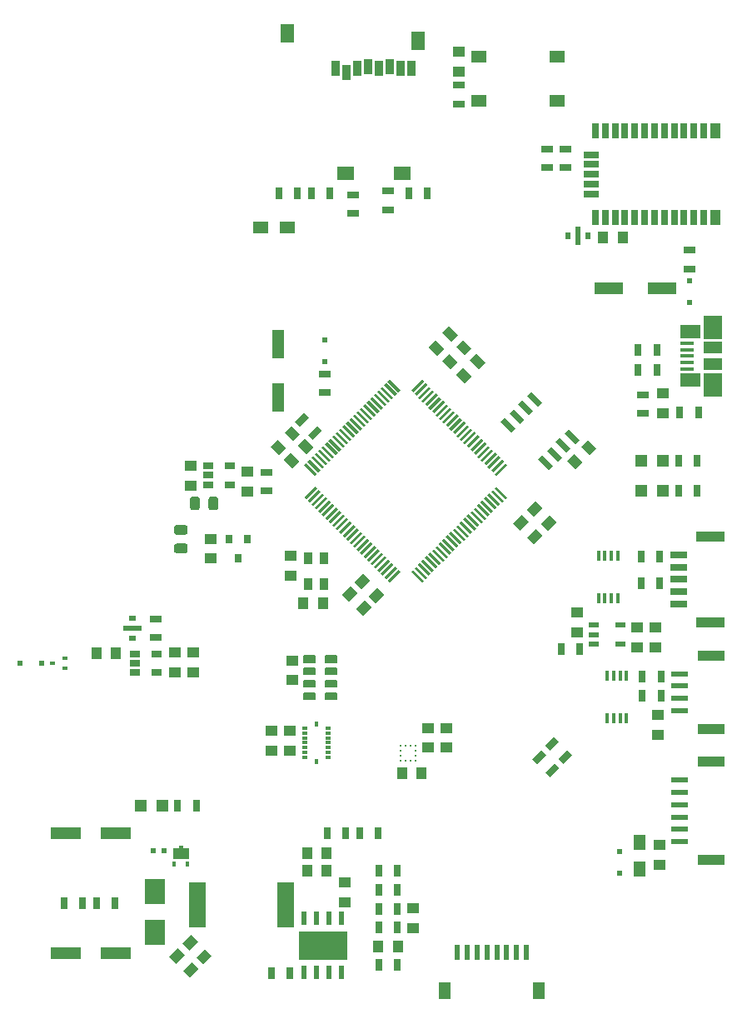
<source format=gbr>
G04 #@! TF.GenerationSoftware,KiCad,Pcbnew,(5.1.6)-1*
G04 #@! TF.CreationDate,2020-10-22T23:31:22-04:00*
G04 #@! TF.ProjectId,flight_computer,666c6967-6874-45f6-936f-6d7075746572,rev?*
G04 #@! TF.SameCoordinates,Original*
G04 #@! TF.FileFunction,Paste,Top*
G04 #@! TF.FilePolarity,Positive*
%FSLAX46Y46*%
G04 Gerber Fmt 4.6, Leading zero omitted, Abs format (unit mm)*
G04 Created by KiCad (PCBNEW (5.1.6)-1) date 2020-10-22 23:31:22*
%MOMM*%
%LPD*%
G01*
G04 APERTURE LIST*
%ADD10C,0.100000*%
%ADD11C,0.152400*%
%ADD12R,0.580000X0.350000*%
%ADD13R,0.350000X0.580000*%
%ADD14R,1.250000X1.000000*%
%ADD15R,1.300000X0.700000*%
%ADD16R,1.500000X0.700000*%
%ADD17R,0.700000X1.500000*%
%ADD18R,1.000000X1.500000*%
%ADD19R,2.997200X1.219200*%
%ADD20R,0.400000X0.500000*%
%ADD21R,1.600000X1.000000*%
%ADD22R,4.900001X2.949999*%
%ADD23R,0.599999X1.450000*%
%ADD24R,0.800000X0.900000*%
%ADD25R,1.380000X0.450000*%
%ADD26R,2.100000X1.475000*%
%ADD27R,1.900000X2.375000*%
%ADD28R,1.900000X1.175000*%
%ADD29R,1.219200X2.997200*%
%ADD30R,1.800000X4.600000*%
%ADD31R,1.000000X1.250000*%
%ADD32R,3.098800X1.219200*%
%ADD33R,0.500000X0.500000*%
%ADD34R,0.600000X0.500000*%
%ADD35R,2.030000X2.650000*%
%ADD36R,1.300000X1.500000*%
%ADD37R,1.500000X1.300000*%
%ADD38R,0.800000X0.600000*%
%ADD39R,1.900000X0.600000*%
%ADD40R,0.600000X0.800000*%
%ADD41R,0.600000X1.900000*%
%ADD42R,1.200000X1.800000*%
%ADD43R,0.600000X1.550000*%
%ADD44R,1.700000X0.600000*%
%ADD45R,2.700000X1.000000*%
%ADD46R,1.803400X0.660400*%
%ADD47R,2.879999X1.092200*%
%ADD48R,0.700000X1.300000*%
%ADD49R,0.400000X1.100000*%
%ADD50R,1.005599X0.500000*%
%ADD51R,1.060000X0.650000*%
%ADD52R,0.275000X0.250000*%
%ADD53R,1.092200X0.609600*%
%ADD54R,0.838200X1.295400*%
%ADD55R,0.508000X0.355600*%
%ADD56R,0.812800X1.498600*%
%ADD57R,1.397000X1.905000*%
%ADD58R,1.803400X1.397000*%
%ADD59R,1.200000X1.200000*%
%ADD60R,1.549400X1.295400*%
G04 APERTURE END LIST*
D10*
G36*
X104686000Y-145842000D02*
G01*
X103086000Y-145842000D01*
X103086000Y-144742000D01*
X103686000Y-144742000D01*
X103686000Y-144492000D01*
X104086000Y-144492000D01*
X104086000Y-144742000D01*
X104686000Y-144742000D01*
X104686000Y-145842000D01*
G37*
D11*
X116839141Y-153425040D02*
X119843139Y-153425040D01*
X119843139Y-153425040D02*
X119852503Y-153425962D01*
X119852503Y-153425962D02*
X119861508Y-153428692D01*
X119861508Y-153428692D02*
X119869806Y-153433130D01*
X119869806Y-153433130D02*
X119877081Y-153439099D01*
X119877081Y-153439099D02*
X119883050Y-153446373D01*
X119883050Y-153446373D02*
X119887487Y-153454672D01*
X119887487Y-153454672D02*
X119890217Y-153463676D01*
X119890217Y-153463676D02*
X119891139Y-153473041D01*
X119891139Y-153473041D02*
X119891139Y-155777039D01*
X119891139Y-155777039D02*
X119890217Y-155786404D01*
X119890217Y-155786404D02*
X119887487Y-155795408D01*
X119887487Y-155795408D02*
X119883050Y-155803707D01*
X119883050Y-155803707D02*
X119877081Y-155810981D01*
X119877081Y-155810981D02*
X119869806Y-155816950D01*
X119869806Y-155816950D02*
X119861508Y-155821388D01*
X119861508Y-155821388D02*
X119852503Y-155824118D01*
X119852503Y-155824118D02*
X119843139Y-155825040D01*
X119843139Y-155825040D02*
X116839141Y-155825040D01*
X116839141Y-155825040D02*
X116829777Y-155824118D01*
X116829777Y-155824118D02*
X116820772Y-155821388D01*
X116820772Y-155821388D02*
X116812474Y-155816950D01*
X116812474Y-155816950D02*
X116805199Y-155810981D01*
X116805199Y-155810981D02*
X116799230Y-155803707D01*
X116799230Y-155803707D02*
X116794793Y-155795408D01*
X116794793Y-155795408D02*
X116792063Y-155786404D01*
X116792063Y-155786404D02*
X116791141Y-155777039D01*
X116791141Y-155777039D02*
X116791141Y-153473041D01*
X116791141Y-153473041D02*
X116792063Y-153463676D01*
X116792063Y-153463676D02*
X116794793Y-153454672D01*
X116794793Y-153454672D02*
X116799230Y-153446373D01*
X116799230Y-153446373D02*
X116805199Y-153439099D01*
X116805199Y-153439099D02*
X116812474Y-153433130D01*
X116812474Y-153433130D02*
X116820772Y-153428692D01*
X116820772Y-153428692D02*
X116829777Y-153425962D01*
X116829777Y-153425962D02*
X116839141Y-153425040D01*
X116379900Y-125231200D02*
X116379900Y-125840800D01*
X116379900Y-125840800D02*
X117472100Y-125840800D01*
X117472100Y-125840800D02*
X117472100Y-125231200D01*
X117472100Y-125231200D02*
X116379900Y-125231200D01*
X116379900Y-126481200D02*
X116379900Y-127090800D01*
X116379900Y-127090800D02*
X117472100Y-127090800D01*
X117472100Y-127090800D02*
X117472100Y-126481200D01*
X117472100Y-126481200D02*
X116379900Y-126481200D01*
X116379900Y-127731200D02*
X116379900Y-128340800D01*
X116379900Y-128340800D02*
X117472100Y-128340800D01*
X117472100Y-128340800D02*
X117472100Y-127731200D01*
X117472100Y-127731200D02*
X116379900Y-127731200D01*
X116379900Y-128981200D02*
X116379900Y-129590800D01*
X116379900Y-129590800D02*
X117472100Y-129590800D01*
X117472100Y-129590800D02*
X117472100Y-128981200D01*
X117472100Y-128981200D02*
X116379900Y-128981200D01*
X118579900Y-128981200D02*
X118579900Y-129590800D01*
X118579900Y-129590800D02*
X119672100Y-129590800D01*
X119672100Y-129590800D02*
X119672100Y-128981200D01*
X119672100Y-128981200D02*
X118579900Y-128981200D01*
X118579900Y-127731200D02*
X118579900Y-128340800D01*
X118579900Y-128340800D02*
X119672100Y-128340800D01*
X119672100Y-128340800D02*
X119672100Y-127731200D01*
X119672100Y-127731200D02*
X118579900Y-127731200D01*
X118579900Y-126481200D02*
X118579900Y-127090800D01*
X118579900Y-127090800D02*
X119672100Y-127090800D01*
X119672100Y-127090800D02*
X119672100Y-126481200D01*
X119672100Y-126481200D02*
X118579900Y-126481200D01*
X118579900Y-125231200D02*
X118579900Y-125840800D01*
X118579900Y-125840800D02*
X119672100Y-125840800D01*
X119672100Y-125840800D02*
X119672100Y-125231200D01*
X119672100Y-125231200D02*
X118579900Y-125231200D01*
D12*
X116497880Y-132543420D03*
X116497880Y-133043420D03*
X116497880Y-133543420D03*
X116497880Y-134043420D03*
X116497880Y-134543420D03*
X116497880Y-135043420D03*
X116497880Y-135543420D03*
D13*
X117657880Y-135953420D03*
D12*
X118817880Y-135543420D03*
X118817880Y-135043420D03*
X118817880Y-134543420D03*
X118817880Y-134043420D03*
X118817880Y-133543420D03*
X118817880Y-133043420D03*
X118817880Y-132543420D03*
D13*
X117657880Y-132133420D03*
D10*
G36*
X140924642Y-134350881D02*
G01*
X141843881Y-133431642D01*
X142338856Y-133926617D01*
X141419617Y-134845856D01*
X140924642Y-134350881D01*
G37*
G36*
X142268144Y-135694383D02*
G01*
X143187383Y-134775144D01*
X143682358Y-135270119D01*
X142763119Y-136189358D01*
X142268144Y-135694383D01*
G37*
D14*
X113093500Y-132858000D03*
X113093500Y-134858000D03*
D15*
X112585500Y-106555500D03*
X112585500Y-108455500D03*
D16*
X145640840Y-76278020D03*
X145640840Y-75278020D03*
X145640840Y-77278020D03*
X145640840Y-78278020D03*
X145640840Y-74278020D03*
D17*
X146040840Y-80678020D03*
X147040840Y-80678020D03*
X148040840Y-80678020D03*
X149040840Y-80678020D03*
X150040840Y-80678020D03*
X151040840Y-80678020D03*
X152040840Y-80678020D03*
X153040840Y-80678020D03*
X154040840Y-80678020D03*
X155040840Y-80678020D03*
X156040840Y-80678020D03*
X157040840Y-80678020D03*
X146040840Y-71878020D03*
X147040840Y-71878020D03*
X148040840Y-71878020D03*
X149040840Y-71878020D03*
X150040840Y-71878020D03*
X151040840Y-71878020D03*
X152040840Y-71878020D03*
X153040840Y-71878020D03*
X154040840Y-71878020D03*
X155040840Y-71878020D03*
X156040840Y-71878020D03*
X157040840Y-71878020D03*
D18*
X158190840Y-71878020D03*
X158190840Y-80678020D03*
D19*
X152819100Y-87884000D03*
X147408900Y-87884000D03*
D10*
G36*
X128386487Y-117765759D02*
G01*
X127283401Y-116662673D01*
X127481391Y-116464683D01*
X128584477Y-117567769D01*
X128386487Y-117765759D01*
G37*
G36*
X128740041Y-117412205D02*
G01*
X127636955Y-116309119D01*
X127834945Y-116111129D01*
X128938031Y-117214215D01*
X128740041Y-117412205D01*
G37*
G36*
X129093594Y-117058652D02*
G01*
X127990508Y-115955566D01*
X128188498Y-115757576D01*
X129291584Y-116860662D01*
X129093594Y-117058652D01*
G37*
G36*
X129447148Y-116705099D02*
G01*
X128344062Y-115602013D01*
X128542052Y-115404023D01*
X129645138Y-116507109D01*
X129447148Y-116705099D01*
G37*
G36*
X129800701Y-116351545D02*
G01*
X128697615Y-115248459D01*
X128895605Y-115050469D01*
X129998691Y-116153555D01*
X129800701Y-116351545D01*
G37*
G36*
X130154254Y-115997992D02*
G01*
X129051168Y-114894906D01*
X129249158Y-114696916D01*
X130352244Y-115800002D01*
X130154254Y-115997992D01*
G37*
G36*
X130507808Y-115644438D02*
G01*
X129404722Y-114541352D01*
X129602712Y-114343362D01*
X130705798Y-115446448D01*
X130507808Y-115644438D01*
G37*
G36*
X130861361Y-115290885D02*
G01*
X129758275Y-114187799D01*
X129956265Y-113989809D01*
X131059351Y-115092895D01*
X130861361Y-115290885D01*
G37*
G36*
X131214915Y-114937332D02*
G01*
X130111829Y-113834246D01*
X130309819Y-113636256D01*
X131412905Y-114739342D01*
X131214915Y-114937332D01*
G37*
G36*
X131568468Y-114583778D02*
G01*
X130465382Y-113480692D01*
X130663372Y-113282702D01*
X131766458Y-114385788D01*
X131568468Y-114583778D01*
G37*
G36*
X131922021Y-114230225D02*
G01*
X130818935Y-113127139D01*
X131016925Y-112929149D01*
X132120011Y-114032235D01*
X131922021Y-114230225D01*
G37*
G36*
X132275575Y-113876671D02*
G01*
X131172489Y-112773585D01*
X131370479Y-112575595D01*
X132473565Y-113678681D01*
X132275575Y-113876671D01*
G37*
G36*
X132629128Y-113523118D02*
G01*
X131526042Y-112420032D01*
X131724032Y-112222042D01*
X132827118Y-113325128D01*
X132629128Y-113523118D01*
G37*
G36*
X132982681Y-113169565D02*
G01*
X131879595Y-112066479D01*
X132077585Y-111868489D01*
X133180671Y-112971575D01*
X132982681Y-113169565D01*
G37*
G36*
X133336235Y-112816011D02*
G01*
X132233149Y-111712925D01*
X132431139Y-111514935D01*
X133534225Y-112618021D01*
X133336235Y-112816011D01*
G37*
G36*
X133689788Y-112462458D02*
G01*
X132586702Y-111359372D01*
X132784692Y-111161382D01*
X133887778Y-112264468D01*
X133689788Y-112462458D01*
G37*
G36*
X134043342Y-112108905D02*
G01*
X132940256Y-111005819D01*
X133138246Y-110807829D01*
X134241332Y-111910915D01*
X134043342Y-112108905D01*
G37*
G36*
X134396895Y-111755351D02*
G01*
X133293809Y-110652265D01*
X133491799Y-110454275D01*
X134594885Y-111557361D01*
X134396895Y-111755351D01*
G37*
G36*
X134750448Y-111401798D02*
G01*
X133647362Y-110298712D01*
X133845352Y-110100722D01*
X134948438Y-111203808D01*
X134750448Y-111401798D01*
G37*
G36*
X135104002Y-111048244D02*
G01*
X134000916Y-109945158D01*
X134198906Y-109747168D01*
X135301992Y-110850254D01*
X135104002Y-111048244D01*
G37*
G36*
X135457555Y-110694691D02*
G01*
X134354469Y-109591605D01*
X134552459Y-109393615D01*
X135655545Y-110496701D01*
X135457555Y-110694691D01*
G37*
G36*
X135811109Y-110341138D02*
G01*
X134708023Y-109238052D01*
X134906013Y-109040062D01*
X136009099Y-110143148D01*
X135811109Y-110341138D01*
G37*
G36*
X136164662Y-109987584D02*
G01*
X135061576Y-108884498D01*
X135259566Y-108686508D01*
X136362652Y-109789594D01*
X136164662Y-109987584D01*
G37*
G36*
X136518215Y-109634031D02*
G01*
X135415129Y-108530945D01*
X135613119Y-108332955D01*
X136716205Y-109436041D01*
X136518215Y-109634031D01*
G37*
G36*
X136871769Y-109280477D02*
G01*
X135768683Y-108177391D01*
X135966673Y-107979401D01*
X137069759Y-109082487D01*
X136871769Y-109280477D01*
G37*
G36*
X126010609Y-98419317D02*
G01*
X124907523Y-97316231D01*
X125105513Y-97118241D01*
X126208599Y-98221327D01*
X126010609Y-98419317D01*
G37*
G36*
X125657055Y-98772871D02*
G01*
X124553969Y-97669785D01*
X124751959Y-97471795D01*
X125855045Y-98574881D01*
X125657055Y-98772871D01*
G37*
G36*
X125303502Y-99126424D02*
G01*
X124200416Y-98023338D01*
X124398406Y-97825348D01*
X125501492Y-98928434D01*
X125303502Y-99126424D01*
G37*
G36*
X124949948Y-99479977D02*
G01*
X123846862Y-98376891D01*
X124044852Y-98178901D01*
X125147938Y-99281987D01*
X124949948Y-99479977D01*
G37*
G36*
X124596395Y-99833531D02*
G01*
X123493309Y-98730445D01*
X123691299Y-98532455D01*
X124794385Y-99635541D01*
X124596395Y-99833531D01*
G37*
G36*
X124242842Y-100187084D02*
G01*
X123139756Y-99083998D01*
X123337746Y-98886008D01*
X124440832Y-99989094D01*
X124242842Y-100187084D01*
G37*
G36*
X123889288Y-100540638D02*
G01*
X122786202Y-99437552D01*
X122984192Y-99239562D01*
X124087278Y-100342648D01*
X123889288Y-100540638D01*
G37*
G36*
X123535735Y-100894191D02*
G01*
X122432649Y-99791105D01*
X122630639Y-99593115D01*
X123733725Y-100696201D01*
X123535735Y-100894191D01*
G37*
G36*
X123182181Y-101247744D02*
G01*
X122079095Y-100144658D01*
X122277085Y-99946668D01*
X123380171Y-101049754D01*
X123182181Y-101247744D01*
G37*
G36*
X122828628Y-101601298D02*
G01*
X121725542Y-100498212D01*
X121923532Y-100300222D01*
X123026618Y-101403308D01*
X122828628Y-101601298D01*
G37*
G36*
X122475075Y-101954851D02*
G01*
X121371989Y-100851765D01*
X121569979Y-100653775D01*
X122673065Y-101756861D01*
X122475075Y-101954851D01*
G37*
G36*
X122121521Y-102308405D02*
G01*
X121018435Y-101205319D01*
X121216425Y-101007329D01*
X122319511Y-102110415D01*
X122121521Y-102308405D01*
G37*
G36*
X121767968Y-102661958D02*
G01*
X120664882Y-101558872D01*
X120862872Y-101360882D01*
X121965958Y-102463968D01*
X121767968Y-102661958D01*
G37*
G36*
X121414415Y-103015511D02*
G01*
X120311329Y-101912425D01*
X120509319Y-101714435D01*
X121612405Y-102817521D01*
X121414415Y-103015511D01*
G37*
G36*
X121060861Y-103369065D02*
G01*
X119957775Y-102265979D01*
X120155765Y-102067989D01*
X121258851Y-103171075D01*
X121060861Y-103369065D01*
G37*
G36*
X120707308Y-103722618D02*
G01*
X119604222Y-102619532D01*
X119802212Y-102421542D01*
X120905298Y-103524628D01*
X120707308Y-103722618D01*
G37*
G36*
X120353754Y-104076171D02*
G01*
X119250668Y-102973085D01*
X119448658Y-102775095D01*
X120551744Y-103878181D01*
X120353754Y-104076171D01*
G37*
G36*
X120000201Y-104429725D02*
G01*
X118897115Y-103326639D01*
X119095105Y-103128649D01*
X120198191Y-104231735D01*
X120000201Y-104429725D01*
G37*
G36*
X119646648Y-104783278D02*
G01*
X118543562Y-103680192D01*
X118741552Y-103482202D01*
X119844638Y-104585288D01*
X119646648Y-104783278D01*
G37*
G36*
X119293094Y-105136832D02*
G01*
X118190008Y-104033746D01*
X118387998Y-103835756D01*
X119491084Y-104938842D01*
X119293094Y-105136832D01*
G37*
G36*
X118939541Y-105490385D02*
G01*
X117836455Y-104387299D01*
X118034445Y-104189309D01*
X119137531Y-105292395D01*
X118939541Y-105490385D01*
G37*
G36*
X118585987Y-105843938D02*
G01*
X117482901Y-104740852D01*
X117680891Y-104542862D01*
X118783977Y-105645948D01*
X118585987Y-105843938D01*
G37*
G36*
X118232434Y-106197492D02*
G01*
X117129348Y-105094406D01*
X117327338Y-104896416D01*
X118430424Y-105999502D01*
X118232434Y-106197492D01*
G37*
G36*
X117878881Y-106551045D02*
G01*
X116775795Y-105447959D01*
X116973785Y-105249969D01*
X118076871Y-106353055D01*
X117878881Y-106551045D01*
G37*
G36*
X117525327Y-106904599D02*
G01*
X116422241Y-105801513D01*
X116620231Y-105603523D01*
X117723317Y-106706609D01*
X117525327Y-106904599D01*
G37*
G36*
X116620231Y-109280477D02*
G01*
X116422241Y-109082487D01*
X117525327Y-107979401D01*
X117723317Y-108177391D01*
X116620231Y-109280477D01*
G37*
G36*
X116973785Y-109634031D02*
G01*
X116775795Y-109436041D01*
X117878881Y-108332955D01*
X118076871Y-108530945D01*
X116973785Y-109634031D01*
G37*
G36*
X117327338Y-109987584D02*
G01*
X117129348Y-109789594D01*
X118232434Y-108686508D01*
X118430424Y-108884498D01*
X117327338Y-109987584D01*
G37*
G36*
X117680891Y-110341138D02*
G01*
X117482901Y-110143148D01*
X118585987Y-109040062D01*
X118783977Y-109238052D01*
X117680891Y-110341138D01*
G37*
G36*
X118034445Y-110694691D02*
G01*
X117836455Y-110496701D01*
X118939541Y-109393615D01*
X119137531Y-109591605D01*
X118034445Y-110694691D01*
G37*
G36*
X118387998Y-111048244D02*
G01*
X118190008Y-110850254D01*
X119293094Y-109747168D01*
X119491084Y-109945158D01*
X118387998Y-111048244D01*
G37*
G36*
X118741552Y-111401798D02*
G01*
X118543562Y-111203808D01*
X119646648Y-110100722D01*
X119844638Y-110298712D01*
X118741552Y-111401798D01*
G37*
G36*
X119095105Y-111755351D02*
G01*
X118897115Y-111557361D01*
X120000201Y-110454275D01*
X120198191Y-110652265D01*
X119095105Y-111755351D01*
G37*
G36*
X119448658Y-112108905D02*
G01*
X119250668Y-111910915D01*
X120353754Y-110807829D01*
X120551744Y-111005819D01*
X119448658Y-112108905D01*
G37*
G36*
X119802212Y-112462458D02*
G01*
X119604222Y-112264468D01*
X120707308Y-111161382D01*
X120905298Y-111359372D01*
X119802212Y-112462458D01*
G37*
G36*
X120155765Y-112816011D02*
G01*
X119957775Y-112618021D01*
X121060861Y-111514935D01*
X121258851Y-111712925D01*
X120155765Y-112816011D01*
G37*
G36*
X120509319Y-113169565D02*
G01*
X120311329Y-112971575D01*
X121414415Y-111868489D01*
X121612405Y-112066479D01*
X120509319Y-113169565D01*
G37*
G36*
X120862872Y-113523118D02*
G01*
X120664882Y-113325128D01*
X121767968Y-112222042D01*
X121965958Y-112420032D01*
X120862872Y-113523118D01*
G37*
G36*
X121216425Y-113876671D02*
G01*
X121018435Y-113678681D01*
X122121521Y-112575595D01*
X122319511Y-112773585D01*
X121216425Y-113876671D01*
G37*
G36*
X121569979Y-114230225D02*
G01*
X121371989Y-114032235D01*
X122475075Y-112929149D01*
X122673065Y-113127139D01*
X121569979Y-114230225D01*
G37*
G36*
X121923532Y-114583778D02*
G01*
X121725542Y-114385788D01*
X122828628Y-113282702D01*
X123026618Y-113480692D01*
X121923532Y-114583778D01*
G37*
G36*
X122277085Y-114937332D02*
G01*
X122079095Y-114739342D01*
X123182181Y-113636256D01*
X123380171Y-113834246D01*
X122277085Y-114937332D01*
G37*
G36*
X122630639Y-115290885D02*
G01*
X122432649Y-115092895D01*
X123535735Y-113989809D01*
X123733725Y-114187799D01*
X122630639Y-115290885D01*
G37*
G36*
X122984192Y-115644438D02*
G01*
X122786202Y-115446448D01*
X123889288Y-114343362D01*
X124087278Y-114541352D01*
X122984192Y-115644438D01*
G37*
G36*
X123337746Y-115997992D02*
G01*
X123139756Y-115800002D01*
X124242842Y-114696916D01*
X124440832Y-114894906D01*
X123337746Y-115997992D01*
G37*
G36*
X123691299Y-116351545D02*
G01*
X123493309Y-116153555D01*
X124596395Y-115050469D01*
X124794385Y-115248459D01*
X123691299Y-116351545D01*
G37*
G36*
X124044852Y-116705099D02*
G01*
X123846862Y-116507109D01*
X124949948Y-115404023D01*
X125147938Y-115602013D01*
X124044852Y-116705099D01*
G37*
G36*
X124398406Y-117058652D02*
G01*
X124200416Y-116860662D01*
X125303502Y-115757576D01*
X125501492Y-115955566D01*
X124398406Y-117058652D01*
G37*
G36*
X124751959Y-117412205D02*
G01*
X124553969Y-117214215D01*
X125657055Y-116111129D01*
X125855045Y-116309119D01*
X124751959Y-117412205D01*
G37*
G36*
X125105513Y-117765759D02*
G01*
X124907523Y-117567769D01*
X126010609Y-116464683D01*
X126208599Y-116662673D01*
X125105513Y-117765759D01*
G37*
G36*
X135966673Y-106904599D02*
G01*
X135768683Y-106706609D01*
X136871769Y-105603523D01*
X137069759Y-105801513D01*
X135966673Y-106904599D01*
G37*
G36*
X135613119Y-106551045D02*
G01*
X135415129Y-106353055D01*
X136518215Y-105249969D01*
X136716205Y-105447959D01*
X135613119Y-106551045D01*
G37*
G36*
X135259566Y-106197492D02*
G01*
X135061576Y-105999502D01*
X136164662Y-104896416D01*
X136362652Y-105094406D01*
X135259566Y-106197492D01*
G37*
G36*
X134906013Y-105843938D02*
G01*
X134708023Y-105645948D01*
X135811109Y-104542862D01*
X136009099Y-104740852D01*
X134906013Y-105843938D01*
G37*
G36*
X134552459Y-105490385D02*
G01*
X134354469Y-105292395D01*
X135457555Y-104189309D01*
X135655545Y-104387299D01*
X134552459Y-105490385D01*
G37*
G36*
X134198906Y-105136832D02*
G01*
X134000916Y-104938842D01*
X135104002Y-103835756D01*
X135301992Y-104033746D01*
X134198906Y-105136832D01*
G37*
G36*
X133845352Y-104783278D02*
G01*
X133647362Y-104585288D01*
X134750448Y-103482202D01*
X134948438Y-103680192D01*
X133845352Y-104783278D01*
G37*
G36*
X133491799Y-104429725D02*
G01*
X133293809Y-104231735D01*
X134396895Y-103128649D01*
X134594885Y-103326639D01*
X133491799Y-104429725D01*
G37*
G36*
X133138246Y-104076171D02*
G01*
X132940256Y-103878181D01*
X134043342Y-102775095D01*
X134241332Y-102973085D01*
X133138246Y-104076171D01*
G37*
G36*
X132784692Y-103722618D02*
G01*
X132586702Y-103524628D01*
X133689788Y-102421542D01*
X133887778Y-102619532D01*
X132784692Y-103722618D01*
G37*
G36*
X132431139Y-103369065D02*
G01*
X132233149Y-103171075D01*
X133336235Y-102067989D01*
X133534225Y-102265979D01*
X132431139Y-103369065D01*
G37*
G36*
X132077585Y-103015511D02*
G01*
X131879595Y-102817521D01*
X132982681Y-101714435D01*
X133180671Y-101912425D01*
X132077585Y-103015511D01*
G37*
G36*
X131724032Y-102661958D02*
G01*
X131526042Y-102463968D01*
X132629128Y-101360882D01*
X132827118Y-101558872D01*
X131724032Y-102661958D01*
G37*
G36*
X131370479Y-102308405D02*
G01*
X131172489Y-102110415D01*
X132275575Y-101007329D01*
X132473565Y-101205319D01*
X131370479Y-102308405D01*
G37*
G36*
X131016925Y-101954851D02*
G01*
X130818935Y-101756861D01*
X131922021Y-100653775D01*
X132120011Y-100851765D01*
X131016925Y-101954851D01*
G37*
G36*
X130663372Y-101601298D02*
G01*
X130465382Y-101403308D01*
X131568468Y-100300222D01*
X131766458Y-100498212D01*
X130663372Y-101601298D01*
G37*
G36*
X130309819Y-101247744D02*
G01*
X130111829Y-101049754D01*
X131214915Y-99946668D01*
X131412905Y-100144658D01*
X130309819Y-101247744D01*
G37*
G36*
X129956265Y-100894191D02*
G01*
X129758275Y-100696201D01*
X130861361Y-99593115D01*
X131059351Y-99791105D01*
X129956265Y-100894191D01*
G37*
G36*
X129602712Y-100540638D02*
G01*
X129404722Y-100342648D01*
X130507808Y-99239562D01*
X130705798Y-99437552D01*
X129602712Y-100540638D01*
G37*
G36*
X129249158Y-100187084D02*
G01*
X129051168Y-99989094D01*
X130154254Y-98886008D01*
X130352244Y-99083998D01*
X129249158Y-100187084D01*
G37*
G36*
X128895605Y-99833531D02*
G01*
X128697615Y-99635541D01*
X129800701Y-98532455D01*
X129998691Y-98730445D01*
X128895605Y-99833531D01*
G37*
G36*
X128542052Y-99479977D02*
G01*
X128344062Y-99281987D01*
X129447148Y-98178901D01*
X129645138Y-98376891D01*
X128542052Y-99479977D01*
G37*
G36*
X128188498Y-99126424D02*
G01*
X127990508Y-98928434D01*
X129093594Y-97825348D01*
X129291584Y-98023338D01*
X128188498Y-99126424D01*
G37*
G36*
X127834945Y-98772871D02*
G01*
X127636955Y-98574881D01*
X128740041Y-97471795D01*
X128938031Y-97669785D01*
X127834945Y-98772871D01*
G37*
G36*
X127481391Y-98419317D02*
G01*
X127283401Y-98221327D01*
X128386487Y-97118241D01*
X128584477Y-97316231D01*
X127481391Y-98419317D01*
G37*
D20*
X103886000Y-144729200D03*
X103236000Y-146342000D03*
X104536000Y-146342000D03*
D21*
X103886000Y-145288000D03*
D22*
X118341140Y-154625040D03*
D23*
X120246140Y-157350038D03*
X118976140Y-157350038D03*
X117706140Y-157350038D03*
X116436140Y-157350038D03*
X116436140Y-151900039D03*
X117706140Y-151900039D03*
X118976140Y-151900039D03*
X120246140Y-151900039D03*
D24*
X110678000Y-113316000D03*
X108778000Y-113316000D03*
X109728000Y-115316000D03*
D10*
G36*
X102709505Y-155790388D02*
G01*
X103593388Y-154906505D01*
X104300495Y-155613612D01*
X103416612Y-156497495D01*
X102709505Y-155790388D01*
G37*
G36*
X104123719Y-157204602D02*
G01*
X105007602Y-156320719D01*
X105714709Y-157027826D01*
X104830826Y-157911709D01*
X104123719Y-157204602D01*
G37*
D25*
X155328000Y-96042000D03*
X155328000Y-95392000D03*
X155328000Y-94742000D03*
X155328000Y-94092000D03*
X155328000Y-93442000D03*
D26*
X155688000Y-97204500D03*
X155688000Y-92279500D03*
D27*
X157988000Y-97652000D03*
X157988000Y-91832000D03*
D28*
X157988000Y-95582000D03*
X157988000Y-93902000D03*
D29*
X113792000Y-98971100D03*
X113792000Y-93560900D03*
D30*
X105554000Y-150495000D03*
X114554000Y-150495000D03*
D14*
X152908000Y-98568000D03*
X152908000Y-100568000D03*
X115062000Y-115078000D03*
X115062000Y-117078000D03*
D10*
G36*
X137689398Y-111776281D02*
G01*
X138573281Y-110892398D01*
X139280388Y-111599505D01*
X138396505Y-112483388D01*
X137689398Y-111776281D01*
G37*
G36*
X139103612Y-113190495D02*
G01*
X139987495Y-112306612D01*
X140694602Y-113013719D01*
X139810719Y-113897602D01*
X139103612Y-113190495D01*
G37*
D31*
X116348000Y-119888000D03*
X118348000Y-119888000D03*
D10*
G36*
X132731281Y-97514602D02*
G01*
X131847398Y-96630719D01*
X132554505Y-95923612D01*
X133438388Y-96807495D01*
X132731281Y-97514602D01*
G37*
G36*
X134145495Y-96100388D02*
G01*
X133261612Y-95216505D01*
X133968719Y-94509398D01*
X134852602Y-95393281D01*
X134145495Y-96100388D01*
G37*
G36*
X145271719Y-103272398D02*
G01*
X146155602Y-104156281D01*
X145448495Y-104863388D01*
X144564612Y-103979505D01*
X145271719Y-103272398D01*
G37*
G36*
X143857505Y-104686612D02*
G01*
X144741388Y-105570495D01*
X144034281Y-106277602D01*
X143150398Y-105393719D01*
X143857505Y-104686612D01*
G37*
G36*
X121560398Y-117745281D02*
G01*
X122444281Y-116861398D01*
X123151388Y-117568505D01*
X122267505Y-118452388D01*
X121560398Y-117745281D01*
G37*
G36*
X122974612Y-119159495D02*
G01*
X123858495Y-118275612D01*
X124565602Y-118982719D01*
X123681719Y-119866602D01*
X122974612Y-119159495D01*
G37*
G36*
X132571719Y-93112398D02*
G01*
X133455602Y-93996281D01*
X132748495Y-94703388D01*
X131864612Y-93819505D01*
X132571719Y-93112398D01*
G37*
G36*
X131157505Y-94526612D02*
G01*
X132041388Y-95410495D01*
X131334281Y-96117602D01*
X130450398Y-95233719D01*
X131157505Y-94526612D01*
G37*
G36*
X142091602Y-111616719D02*
G01*
X141207719Y-112500602D01*
X140500612Y-111793495D01*
X141384495Y-110909612D01*
X142091602Y-111616719D01*
G37*
G36*
X140677388Y-110202505D02*
G01*
X139793505Y-111086388D01*
X139086398Y-110379281D01*
X139970281Y-109495398D01*
X140677388Y-110202505D01*
G37*
G36*
X116468119Y-103145398D02*
G01*
X117352002Y-104029281D01*
X116644895Y-104736388D01*
X115761012Y-103852505D01*
X116468119Y-103145398D01*
G37*
G36*
X115053905Y-104559612D02*
G01*
X115937788Y-105443495D01*
X115230681Y-106150602D01*
X114346798Y-105266719D01*
X115053905Y-104559612D01*
G37*
G36*
X115121919Y-101824598D02*
G01*
X116005802Y-102708481D01*
X115298695Y-103415588D01*
X114414812Y-102531705D01*
X115121919Y-101824598D01*
G37*
G36*
X113707705Y-103238812D02*
G01*
X114591588Y-104122695D01*
X113884481Y-104829802D01*
X113000598Y-103945919D01*
X113707705Y-103238812D01*
G37*
D14*
X106934000Y-115316000D03*
X106934000Y-113316000D03*
D10*
G36*
X120290398Y-119015281D02*
G01*
X121174281Y-118131398D01*
X121881388Y-118838505D01*
X120997505Y-119722388D01*
X120290398Y-119015281D01*
G37*
G36*
X121704612Y-120429495D02*
G01*
X122588495Y-119545612D01*
X123295602Y-120252719D01*
X122411719Y-121136602D01*
X121704612Y-120429495D01*
G37*
G36*
X131174719Y-91715398D02*
G01*
X132058602Y-92599281D01*
X131351495Y-93306388D01*
X130467612Y-92422505D01*
X131174719Y-91715398D01*
G37*
G36*
X129760505Y-93129612D02*
G01*
X130644388Y-94013495D01*
X129937281Y-94720602D01*
X129053398Y-93836719D01*
X129760505Y-93129612D01*
G37*
D14*
X152527000Y-144415000D03*
X152527000Y-146415000D03*
X152400000Y-131207000D03*
X152400000Y-133207000D03*
D31*
X116729000Y-145288000D03*
X118729000Y-145288000D03*
D32*
X97294700Y-155448000D03*
X92189300Y-155448000D03*
D31*
X118729000Y-147066000D03*
X116729000Y-147066000D03*
D14*
X127508000Y-152892000D03*
X127508000Y-150892000D03*
X120523000Y-148225000D03*
X120523000Y-150225000D03*
D31*
X123968000Y-154749500D03*
X125968000Y-154749500D03*
D10*
G36*
X104034398Y-154448281D02*
G01*
X104918281Y-153564398D01*
X105625388Y-154271505D01*
X104741505Y-155155388D01*
X104034398Y-154448281D01*
G37*
G36*
X105448612Y-155862495D02*
G01*
X106332495Y-154978612D01*
X107039602Y-155685719D01*
X106155719Y-156569602D01*
X105448612Y-155862495D01*
G37*
D32*
X97294700Y-143256000D03*
X92189300Y-143256000D03*
D14*
X144145000Y-120793000D03*
X144145000Y-122793000D03*
D31*
X97282000Y-124968000D03*
X95282000Y-124968000D03*
D14*
X104902000Y-105918000D03*
X104902000Y-107918000D03*
X152146000Y-122317000D03*
X152146000Y-124317000D03*
X105156000Y-124857000D03*
X105156000Y-126857000D03*
X150241000Y-122317000D03*
X150241000Y-124317000D03*
X103251000Y-124857000D03*
X103251000Y-126857000D03*
X110680500Y-106505500D03*
X110680500Y-108505500D03*
X114935000Y-134858000D03*
X114935000Y-132858000D03*
D31*
X148828000Y-82702400D03*
X146828000Y-82702400D03*
D14*
X129032000Y-134540500D03*
X129032000Y-132540500D03*
X130873500Y-134540500D03*
X130873500Y-132540500D03*
D31*
X128381000Y-137160000D03*
X126381000Y-137160000D03*
D14*
X115189000Y-125669800D03*
X115189000Y-127669800D03*
D33*
X118491000Y-93134000D03*
X118491000Y-95334000D03*
D34*
X101092000Y-145034000D03*
X102192000Y-145034000D03*
D33*
X148463000Y-147277000D03*
X148463000Y-145077000D03*
D35*
X101219000Y-153347000D03*
X101219000Y-149167000D03*
D36*
X150495000Y-146845000D03*
X150495000Y-144145000D03*
D37*
X111981000Y-81661000D03*
X114681000Y-81661000D03*
D38*
X98933000Y-121428000D03*
X98933000Y-123428000D03*
D39*
X98933000Y-122428000D03*
D40*
X143272000Y-82550000D03*
X145272000Y-82550000D03*
D41*
X144272000Y-82550000D03*
D42*
X140309000Y-159247000D03*
X130709000Y-159247000D03*
D43*
X132009000Y-155372000D03*
X133009000Y-155372000D03*
X134009000Y-155372000D03*
X135009000Y-155372000D03*
X136009000Y-155372000D03*
X137009000Y-155372000D03*
X138009000Y-155372000D03*
X139009000Y-155372000D03*
D44*
X154589000Y-144095000D03*
X154589000Y-142845000D03*
X154589000Y-141595000D03*
X154589000Y-140345000D03*
X154589000Y-139095000D03*
X154589000Y-137845000D03*
D45*
X157789000Y-135995000D03*
X157789000Y-145945000D03*
X157770000Y-132630000D03*
D44*
X154570000Y-129530000D03*
X154570000Y-130780000D03*
X154570000Y-128280000D03*
X154570000Y-127030000D03*
D45*
X157770000Y-125180000D03*
D46*
X154524202Y-114949600D03*
X154524202Y-116199600D03*
X154524202Y-117449600D03*
X154524202Y-118699600D03*
X154524202Y-119949600D03*
D47*
X157724203Y-121799601D03*
X157724203Y-113099599D03*
D48*
X150373000Y-96139000D03*
X152273000Y-96139000D03*
X150368000Y-94107000D03*
X152268000Y-94107000D03*
D15*
X118491000Y-96586000D03*
X118491000Y-98486000D03*
D10*
G36*
X118218858Y-102313619D02*
G01*
X117299619Y-103232858D01*
X116804644Y-102737883D01*
X117723883Y-101818644D01*
X118218858Y-102313619D01*
G37*
G36*
X116875356Y-100970117D02*
G01*
X115956117Y-101889356D01*
X115461142Y-101394381D01*
X116380381Y-100475142D01*
X116875356Y-100970117D01*
G37*
D15*
X121412000Y-80264000D03*
X121412000Y-78364000D03*
D48*
X119060000Y-78232000D03*
X117160000Y-78232000D03*
X113858000Y-78232000D03*
X115758000Y-78232000D03*
X127066000Y-78232000D03*
X128966000Y-78232000D03*
D15*
X124968000Y-79878000D03*
X124968000Y-77978000D03*
D48*
X152588000Y-117856000D03*
X150688000Y-117856000D03*
X152588000Y-115125500D03*
X150688000Y-115125500D03*
X150815000Y-129286000D03*
X152715000Y-129286000D03*
X150815000Y-127355600D03*
X152715000Y-127355600D03*
X124018000Y-148996400D03*
X125918000Y-148996400D03*
X125918000Y-150926800D03*
X124018000Y-150926800D03*
X118750000Y-143256000D03*
X120650000Y-143256000D03*
X122054540Y-143268700D03*
X123954540Y-143268700D03*
D15*
X150876000Y-98684000D03*
X150876000Y-100584000D03*
D48*
X154625000Y-100457000D03*
X156525000Y-100457000D03*
D10*
G36*
X142346358Y-136603619D02*
G01*
X141427119Y-137522858D01*
X140932144Y-137027883D01*
X141851383Y-136108644D01*
X142346358Y-136603619D01*
G37*
G36*
X141002856Y-135260117D02*
G01*
X140083617Y-136179356D01*
X139588642Y-135684381D01*
X140507881Y-134765142D01*
X141002856Y-135260117D01*
G37*
D48*
X124018000Y-147066000D03*
X125918000Y-147066000D03*
X97216000Y-150368000D03*
X95316000Y-150368000D03*
X93914000Y-150368000D03*
X92014000Y-150368000D03*
X124018000Y-152844500D03*
X125918000Y-152844500D03*
X113096000Y-157480000D03*
X114996000Y-157480000D03*
X124018000Y-156654500D03*
X125918000Y-156654500D03*
X144434600Y-124536200D03*
X142534600Y-124536200D03*
D15*
X101346000Y-123378000D03*
X101346000Y-121478000D03*
X141122400Y-75626000D03*
X141122400Y-73726000D03*
X143002000Y-73726000D03*
X143002000Y-75626000D03*
D10*
G36*
X141715710Y-105936323D02*
G01*
X141291446Y-106360587D01*
X140195430Y-105264571D01*
X140619694Y-104840307D01*
X141715710Y-105936323D01*
G37*
G36*
X142613736Y-105038297D02*
G01*
X142189472Y-105462561D01*
X141093456Y-104366545D01*
X141517720Y-103942281D01*
X142613736Y-105038297D01*
G37*
G36*
X143511761Y-104140272D02*
G01*
X143087497Y-104564536D01*
X141991481Y-103468520D01*
X142415745Y-103044256D01*
X143511761Y-104140272D01*
G37*
G36*
X144409787Y-103242246D02*
G01*
X143985523Y-103666510D01*
X142889507Y-102570494D01*
X143313771Y-102146230D01*
X144409787Y-103242246D01*
G37*
G36*
X140591410Y-99423869D02*
G01*
X140167146Y-99848133D01*
X139071130Y-98752117D01*
X139495394Y-98327853D01*
X140591410Y-99423869D01*
G37*
G36*
X139693384Y-100321895D02*
G01*
X139269120Y-100746159D01*
X138173104Y-99650143D01*
X138597368Y-99225879D01*
X139693384Y-100321895D01*
G37*
G36*
X138795359Y-101219920D02*
G01*
X138371095Y-101644184D01*
X137275079Y-100548168D01*
X137699343Y-100123904D01*
X138795359Y-101219920D01*
G37*
G36*
X137897333Y-102117946D02*
G01*
X137473069Y-102542210D01*
X136377053Y-101446194D01*
X136801317Y-101021930D01*
X137897333Y-102117946D01*
G37*
D49*
X146345000Y-119371000D03*
X146995000Y-119371000D03*
X147645000Y-119371000D03*
X148295000Y-119371000D03*
X148295000Y-115071000D03*
X147645000Y-115071000D03*
X146995000Y-115071000D03*
X146345000Y-115071000D03*
X149184000Y-127263000D03*
X148534000Y-127263000D03*
X147884000Y-127263000D03*
X147234000Y-127263000D03*
X147234000Y-131563000D03*
X147884000Y-131563000D03*
X148534000Y-131563000D03*
X149184000Y-131563000D03*
D50*
X145840201Y-122112999D03*
X145840201Y-123063000D03*
X145840201Y-124013001D03*
X148545799Y-124013001D03*
X148545799Y-122112999D03*
D51*
X99230000Y-125034000D03*
X99230000Y-125984000D03*
X99230000Y-126934000D03*
X101430000Y-126934000D03*
X101430000Y-125034000D03*
X106680000Y-105918000D03*
X106680000Y-106868000D03*
X106680000Y-107818000D03*
X108880000Y-107818000D03*
X108880000Y-105918000D03*
D52*
X126249999Y-135378000D03*
X126249999Y-134878000D03*
X126249999Y-134377999D03*
X126750000Y-134377999D03*
X127250000Y-134377999D03*
X127750001Y-134377999D03*
X127750001Y-134878000D03*
X127750001Y-135378000D03*
X127750001Y-135878001D03*
X127250000Y-135878001D03*
X126750000Y-135878001D03*
X126249999Y-135878001D03*
D53*
X116926000Y-125536000D03*
X116926000Y-126786000D03*
X116926000Y-128036000D03*
X116926000Y-129286000D03*
X119126000Y-129286000D03*
X119126000Y-128036000D03*
X119126000Y-126786000D03*
X119126000Y-125536000D03*
D54*
X118402100Y-117894100D03*
X118402100Y-115277900D03*
X116801900Y-115277900D03*
X116801900Y-117894100D03*
D33*
X87546000Y-125984000D03*
X89746000Y-125984000D03*
X155575000Y-89288800D03*
X155575000Y-87088800D03*
D55*
X92087700Y-126479300D03*
X92087700Y-125488700D03*
X90792300Y-125984000D03*
D15*
X155575000Y-85913000D03*
X155575000Y-84013000D03*
D56*
X119639972Y-65512127D03*
X120732172Y-65918527D03*
X121824372Y-65512127D03*
X122916572Y-65308927D03*
X124008772Y-65512127D03*
X125100972Y-65308927D03*
X126193172Y-65512127D03*
X127285372Y-65512127D03*
D57*
X114719100Y-61963300D03*
X127962742Y-62684617D03*
D58*
X126352300Y-76149200D03*
X120637300Y-76149200D03*
D59*
X102001500Y-140462000D03*
X99801500Y-140462000D03*
D48*
X156398000Y-108458000D03*
X154498000Y-108458000D03*
X156398000Y-105410000D03*
X154498000Y-105410000D03*
X103545600Y-140462000D03*
X105445600Y-140462000D03*
D59*
X152908000Y-108458000D03*
X150708000Y-108458000D03*
X150708000Y-105410000D03*
X152908000Y-105410000D03*
D14*
X132130800Y-63820800D03*
X132130800Y-65820800D03*
D15*
X132130800Y-69149000D03*
X132130800Y-67249000D03*
D60*
X134201002Y-68798001D03*
X134201002Y-64297999D03*
X142150998Y-64297999D03*
X142150998Y-68798001D03*
G36*
G01*
X107675500Y-109271750D02*
X107675500Y-110184250D01*
G75*
G02*
X107431750Y-110428000I-243750J0D01*
G01*
X106944250Y-110428000D01*
G75*
G02*
X106700500Y-110184250I0J243750D01*
G01*
X106700500Y-109271750D01*
G75*
G02*
X106944250Y-109028000I243750J0D01*
G01*
X107431750Y-109028000D01*
G75*
G02*
X107675500Y-109271750I0J-243750D01*
G01*
G37*
G36*
G01*
X105800500Y-109271750D02*
X105800500Y-110184250D01*
G75*
G02*
X105556750Y-110428000I-243750J0D01*
G01*
X105069250Y-110428000D01*
G75*
G02*
X104825500Y-110184250I0J243750D01*
G01*
X104825500Y-109271750D01*
G75*
G02*
X105069250Y-109028000I243750J0D01*
G01*
X105556750Y-109028000D01*
G75*
G02*
X105800500Y-109271750I0J-243750D01*
G01*
G37*
G36*
G01*
X104342250Y-112912500D02*
X103429750Y-112912500D01*
G75*
G02*
X103186000Y-112668750I0J243750D01*
G01*
X103186000Y-112181250D01*
G75*
G02*
X103429750Y-111937500I243750J0D01*
G01*
X104342250Y-111937500D01*
G75*
G02*
X104586000Y-112181250I0J-243750D01*
G01*
X104586000Y-112668750D01*
G75*
G02*
X104342250Y-112912500I-243750J0D01*
G01*
G37*
G36*
G01*
X104342250Y-114787500D02*
X103429750Y-114787500D01*
G75*
G02*
X103186000Y-114543750I0J243750D01*
G01*
X103186000Y-114056250D01*
G75*
G02*
X103429750Y-113812500I243750J0D01*
G01*
X104342250Y-113812500D01*
G75*
G02*
X104586000Y-114056250I0J-243750D01*
G01*
X104586000Y-114543750D01*
G75*
G02*
X104342250Y-114787500I-243750J0D01*
G01*
G37*
M02*

</source>
